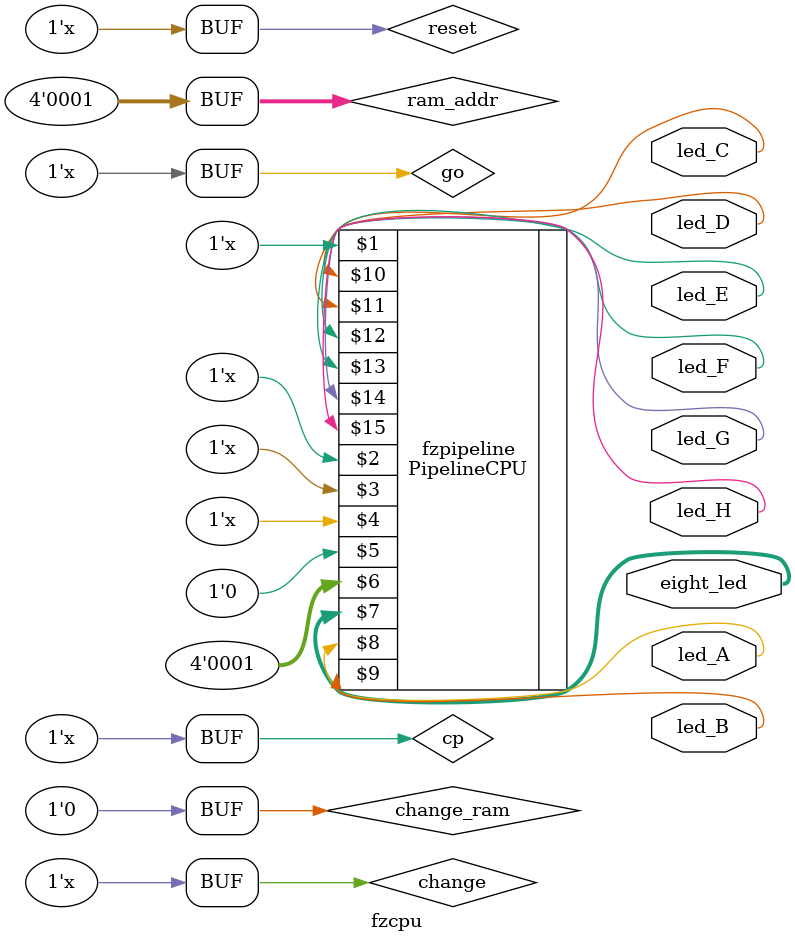
<source format=v>
module fzcpu(
  output wire [7:0] eight_led,
  output wire led_A,
  output wire led_B,
  output wire led_C,
  output wire led_D,
  output wire led_E,
  output wire led_F,
  output wire led_G,
  output wire led_H
    );
    reg cp,reset,go,change,change_ram;
    reg [3:0] ram_addr;
    initial begin
        cp<=0;
        reset<=0;
        go<=0;
        change<=0;
        change_ram<=0;
        ram_addr<=1;
        #1 reset<=~reset;
        #10 reset<=~reset;
     end
    always@(*)begin
        #1 cp<=~cp;
        #1 change<=~change;
        #1 go<=~go;
    end
    PipelineCPU fzpipeline(cp,reset,go,change,change_ram,ram_addr,eight_led,led_A,led_B, led_C,led_D,led_E,led_F,led_G,led_H);
endmodule

</source>
